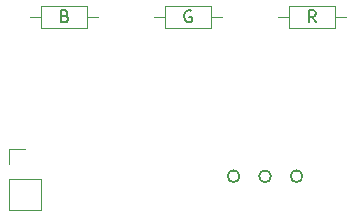
<source format=gbr>
G04 #@! TF.GenerationSoftware,KiCad,Pcbnew,5.1.5-52549c5~84~ubuntu18.04.1*
G04 #@! TF.CreationDate,2020-01-15T09:57:23+01:00*
G04 #@! TF.ProjectId,geneva,67656e65-7661-42e6-9b69-6361645f7063,rev?*
G04 #@! TF.SameCoordinates,Original*
G04 #@! TF.FileFunction,Legend,Top*
G04 #@! TF.FilePolarity,Positive*
%FSLAX46Y46*%
G04 Gerber Fmt 4.6, Leading zero omitted, Abs format (unit mm)*
G04 Created by KiCad (PCBNEW 5.1.5-52549c5~84~ubuntu18.04.1) date 2020-01-15 09:57:23*
%MOMM*%
%LPD*%
G04 APERTURE LIST*
%ADD10C,0.120000*%
%ADD11C,0.152400*%
%ADD12C,0.150000*%
G04 APERTURE END LIST*
D10*
X55670000Y-97670000D02*
X57000000Y-97670000D01*
X55670000Y-99000000D02*
X55670000Y-97670000D01*
X55670000Y-100270000D02*
X58330000Y-100270000D01*
X58330000Y-100270000D02*
X58330000Y-102870000D01*
X55670000Y-100270000D02*
X55670000Y-102870000D01*
X55670000Y-102870000D02*
X58330000Y-102870000D01*
X84180000Y-86500000D02*
X83230000Y-86500000D01*
X78440000Y-86500000D02*
X79390000Y-86500000D01*
X83230000Y-85580000D02*
X79390000Y-85580000D01*
X83230000Y-87420000D02*
X83230000Y-85580000D01*
X79390000Y-87420000D02*
X83230000Y-87420000D01*
X79390000Y-85580000D02*
X79390000Y-87420000D01*
X73680000Y-86500000D02*
X72730000Y-86500000D01*
X67940000Y-86500000D02*
X68890000Y-86500000D01*
X72730000Y-85580000D02*
X68890000Y-85580000D01*
X72730000Y-87420000D02*
X72730000Y-85580000D01*
X68890000Y-87420000D02*
X72730000Y-87420000D01*
X68890000Y-85580000D02*
X68890000Y-87420000D01*
X63180000Y-86500000D02*
X62230000Y-86500000D01*
X57440000Y-86500000D02*
X58390000Y-86500000D01*
X62230000Y-85580000D02*
X58390000Y-85580000D01*
X62230000Y-87420000D02*
X62230000Y-85580000D01*
X58390000Y-87420000D02*
X62230000Y-87420000D01*
X58390000Y-85580000D02*
X58390000Y-87420000D01*
D11*
X80500000Y-100000000D02*
G75*
G03X80500000Y-100000000I-500000J0D01*
G01*
X77833330Y-100000000D02*
G75*
G03X77833330Y-100000000I-500000J0D01*
G01*
X75166670Y-100000000D02*
G75*
G03X75166670Y-100000000I-500000J0D01*
G01*
D12*
X81619523Y-86952380D02*
X81286190Y-86476190D01*
X81048095Y-86952380D02*
X81048095Y-85952380D01*
X81429047Y-85952380D01*
X81524285Y-86000000D01*
X81571904Y-86047619D01*
X81619523Y-86142857D01*
X81619523Y-86285714D01*
X81571904Y-86380952D01*
X81524285Y-86428571D01*
X81429047Y-86476190D01*
X81048095Y-86476190D01*
X71071904Y-86000000D02*
X70976666Y-85952380D01*
X70833809Y-85952380D01*
X70690952Y-86000000D01*
X70595714Y-86095238D01*
X70548095Y-86190476D01*
X70500476Y-86380952D01*
X70500476Y-86523809D01*
X70548095Y-86714285D01*
X70595714Y-86809523D01*
X70690952Y-86904761D01*
X70833809Y-86952380D01*
X70929047Y-86952380D01*
X71071904Y-86904761D01*
X71119523Y-86857142D01*
X71119523Y-86523809D01*
X70929047Y-86523809D01*
X60381428Y-86428571D02*
X60524285Y-86476190D01*
X60571904Y-86523809D01*
X60619523Y-86619047D01*
X60619523Y-86761904D01*
X60571904Y-86857142D01*
X60524285Y-86904761D01*
X60429047Y-86952380D01*
X60048095Y-86952380D01*
X60048095Y-85952380D01*
X60381428Y-85952380D01*
X60476666Y-86000000D01*
X60524285Y-86047619D01*
X60571904Y-86142857D01*
X60571904Y-86238095D01*
X60524285Y-86333333D01*
X60476666Y-86380952D01*
X60381428Y-86428571D01*
X60048095Y-86428571D01*
M02*

</source>
